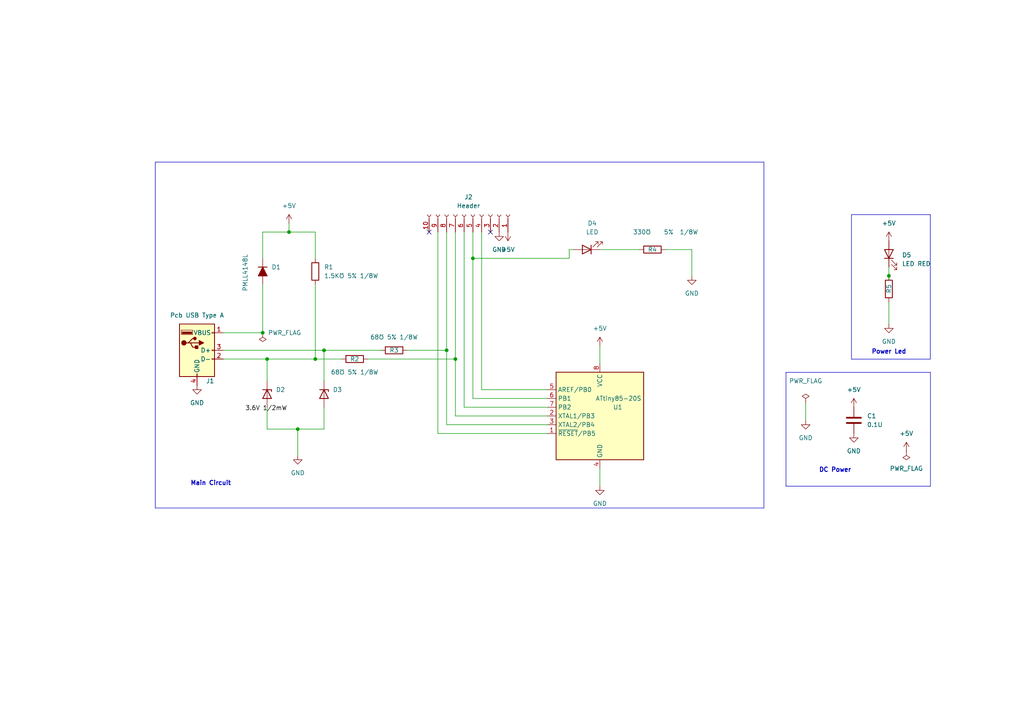
<source format=kicad_sch>
(kicad_sch (version 20230121) (generator eeschema)

  (uuid f2c20679-f28d-47ad-9191-2bfbde129570)

  (paper "A4")

  (title_block
    (date "2024-03-18")
    (rev "version Test2024")
    (company "UCC")
    (comment 1 "proyectoBase2024")
  )

  (lib_symbols
    (symbol "+5V_1" (power) (pin_names (offset 0)) (in_bom yes) (on_board yes)
      (property "Reference" "#PWR" (at 0 -3.81 0)
        (effects (font (size 1.27 1.27)) hide)
      )
      (property "Value" "+5V_1" (at 0 3.556 0)
        (effects (font (size 1.27 1.27)))
      )
      (property "Footprint" "" (at 0 0 0)
        (effects (font (size 1.27 1.27)) hide)
      )
      (property "Datasheet" "" (at 0 0 0)
        (effects (font (size 1.27 1.27)) hide)
      )
      (property "ki_keywords" "global power" (at 0 0 0)
        (effects (font (size 1.27 1.27)) hide)
      )
      (property "ki_description" "Power symbol creates a global label with name \"+5V\"" (at 0 0 0)
        (effects (font (size 1.27 1.27)) hide)
      )
      (symbol "+5V_1_0_1"
        (polyline
          (pts
            (xy -0.762 1.27)
            (xy 0 2.54)
          )
          (stroke (width 0) (type default))
          (fill (type none))
        )
        (polyline
          (pts
            (xy 0 0)
            (xy 0 2.54)
          )
          (stroke (width 0) (type default))
          (fill (type none))
        )
        (polyline
          (pts
            (xy 0 2.54)
            (xy 0.762 1.27)
          )
          (stroke (width 0) (type default))
          (fill (type none))
        )
      )
      (symbol "+5V_1_1_1"
        (pin power_in line (at 0 0 90) (length 0) hide
          (name "+5V" (effects (font (size 1.27 1.27))))
          (number "1" (effects (font (size 1.27 1.27))))
        )
      )
    )
    (symbol "Connector:Conn_01x10_Socket" (pin_names (offset 1.016) hide) (in_bom yes) (on_board yes)
      (property "Reference" "J" (at 0 12.7 0)
        (effects (font (size 1.27 1.27)))
      )
      (property "Value" "Conn_01x10_Socket" (at 0 -15.24 0)
        (effects (font (size 1.27 1.27)))
      )
      (property "Footprint" "" (at 0 0 0)
        (effects (font (size 1.27 1.27)) hide)
      )
      (property "Datasheet" "~" (at 0 0 0)
        (effects (font (size 1.27 1.27)) hide)
      )
      (property "ki_locked" "" (at 0 0 0)
        (effects (font (size 1.27 1.27)))
      )
      (property "ki_keywords" "connector" (at 0 0 0)
        (effects (font (size 1.27 1.27)) hide)
      )
      (property "ki_description" "Generic connector, single row, 01x10, script generated" (at 0 0 0)
        (effects (font (size 1.27 1.27)) hide)
      )
      (property "ki_fp_filters" "Connector*:*_1x??_*" (at 0 0 0)
        (effects (font (size 1.27 1.27)) hide)
      )
      (symbol "Conn_01x10_Socket_1_1"
        (arc (start 0 -12.192) (mid -0.5058 -12.7) (end 0 -13.208)
          (stroke (width 0.1524) (type default))
          (fill (type none))
        )
        (arc (start 0 -9.652) (mid -0.5058 -10.16) (end 0 -10.668)
          (stroke (width 0.1524) (type default))
          (fill (type none))
        )
        (arc (start 0 -7.112) (mid -0.5058 -7.62) (end 0 -8.128)
          (stroke (width 0.1524) (type default))
          (fill (type none))
        )
        (arc (start 0 -4.572) (mid -0.5058 -5.08) (end 0 -5.588)
          (stroke (width 0.1524) (type default))
          (fill (type none))
        )
        (arc (start 0 -2.032) (mid -0.5058 -2.54) (end 0 -3.048)
          (stroke (width 0.1524) (type default))
          (fill (type none))
        )
        (polyline
          (pts
            (xy -1.27 -12.7)
            (xy -0.508 -12.7)
          )
          (stroke (width 0.1524) (type default))
          (fill (type none))
        )
        (polyline
          (pts
            (xy -1.27 -10.16)
            (xy -0.508 -10.16)
          )
          (stroke (width 0.1524) (type default))
          (fill (type none))
        )
        (polyline
          (pts
            (xy -1.27 -7.62)
            (xy -0.508 -7.62)
          )
          (stroke (width 0.1524) (type default))
          (fill (type none))
        )
        (polyline
          (pts
            (xy -1.27 -5.08)
            (xy -0.508 -5.08)
          )
          (stroke (width 0.1524) (type default))
          (fill (type none))
        )
        (polyline
          (pts
            (xy -1.27 -2.54)
            (xy -0.508 -2.54)
          )
          (stroke (width 0.1524) (type default))
          (fill (type none))
        )
        (polyline
          (pts
            (xy -1.27 0)
            (xy -0.508 0)
          )
          (stroke (width 0.1524) (type default))
          (fill (type none))
        )
        (polyline
          (pts
            (xy -1.27 2.54)
            (xy -0.508 2.54)
          )
          (stroke (width 0.1524) (type default))
          (fill (type none))
        )
        (polyline
          (pts
            (xy -1.27 5.08)
            (xy -0.508 5.08)
          )
          (stroke (width 0.1524) (type default))
          (fill (type none))
        )
        (polyline
          (pts
            (xy -1.27 7.62)
            (xy -0.508 7.62)
          )
          (stroke (width 0.1524) (type default))
          (fill (type none))
        )
        (polyline
          (pts
            (xy -1.27 10.16)
            (xy -0.508 10.16)
          )
          (stroke (width 0.1524) (type default))
          (fill (type none))
        )
        (arc (start 0 0.508) (mid -0.5058 0) (end 0 -0.508)
          (stroke (width 0.1524) (type default))
          (fill (type none))
        )
        (arc (start 0 3.048) (mid -0.5058 2.54) (end 0 2.032)
          (stroke (width 0.1524) (type default))
          (fill (type none))
        )
        (arc (start 0 5.588) (mid -0.5058 5.08) (end 0 4.572)
          (stroke (width 0.1524) (type default))
          (fill (type none))
        )
        (arc (start 0 8.128) (mid -0.5058 7.62) (end 0 7.112)
          (stroke (width 0.1524) (type default))
          (fill (type none))
        )
        (arc (start 0 10.668) (mid -0.5058 10.16) (end 0 9.652)
          (stroke (width 0.1524) (type default))
          (fill (type none))
        )
        (pin passive line (at -5.08 10.16 0) (length 3.81)
          (name "Pin_1" (effects (font (size 1.27 1.27))))
          (number "1" (effects (font (size 1.27 1.27))))
        )
        (pin passive line (at -5.08 -12.7 0) (length 3.81)
          (name "Pin_10" (effects (font (size 1.27 1.27))))
          (number "10" (effects (font (size 1.27 1.27))))
        )
        (pin passive line (at -5.08 7.62 0) (length 3.81)
          (name "Pin_2" (effects (font (size 1.27 1.27))))
          (number "2" (effects (font (size 1.27 1.27))))
        )
        (pin passive line (at -5.08 5.08 0) (length 3.81)
          (name "Pin_3" (effects (font (size 1.27 1.27))))
          (number "3" (effects (font (size 1.27 1.27))))
        )
        (pin passive line (at -5.08 2.54 0) (length 3.81)
          (name "Pin_4" (effects (font (size 1.27 1.27))))
          (number "4" (effects (font (size 1.27 1.27))))
        )
        (pin passive line (at -5.08 0 0) (length 3.81)
          (name "Pin_5" (effects (font (size 1.27 1.27))))
          (number "5" (effects (font (size 1.27 1.27))))
        )
        (pin passive line (at -5.08 -2.54 0) (length 3.81)
          (name "Pin_6" (effects (font (size 1.27 1.27))))
          (number "6" (effects (font (size 1.27 1.27))))
        )
        (pin passive line (at -5.08 -5.08 0) (length 3.81)
          (name "Pin_7" (effects (font (size 1.27 1.27))))
          (number "7" (effects (font (size 1.27 1.27))))
        )
        (pin passive line (at -5.08 -7.62 0) (length 3.81)
          (name "Pin_8" (effects (font (size 1.27 1.27))))
          (number "8" (effects (font (size 1.27 1.27))))
        )
        (pin passive line (at -5.08 -10.16 0) (length 3.81)
          (name "Pin_9" (effects (font (size 1.27 1.27))))
          (number "9" (effects (font (size 1.27 1.27))))
        )
      )
    )
    (symbol "Connector:USB_A" (pin_names (offset 1.016)) (in_bom yes) (on_board yes)
      (property "Reference" "J2" (at 0 12.7 0)
        (effects (font (size 1.27 1.27)))
      )
      (property "Value" "USB_A" (at 0 10.16 0)
        (effects (font (size 1.27 1.27)))
      )
      (property "Footprint" "" (at 3.81 -1.27 0)
        (effects (font (size 1.27 1.27)) hide)
      )
      (property "Datasheet" " ~" (at 3.81 -1.27 0)
        (effects (font (size 1.27 1.27)) hide)
      )
      (property "ki_keywords" "connector USB" (at 0 0 0)
        (effects (font (size 1.27 1.27)) hide)
      )
      (property "ki_description" "USB Type A connector" (at 0 0 0)
        (effects (font (size 1.27 1.27)) hide)
      )
      (property "ki_fp_filters" "USB*" (at 0 0 0)
        (effects (font (size 1.27 1.27)) hide)
      )
      (symbol "USB_A_0_1"
        (rectangle (start -5.08 -7.62) (end 5.08 7.62)
          (stroke (width 0.254) (type default))
          (fill (type background))
        )
        (circle (center -3.81 2.159) (radius 0.635)
          (stroke (width 0.254) (type default))
          (fill (type outline))
        )
        (rectangle (start -1.524 4.826) (end -4.318 5.334)
          (stroke (width 0) (type default))
          (fill (type outline))
        )
        (rectangle (start -1.27 4.572) (end -4.572 5.842)
          (stroke (width 0) (type default))
          (fill (type none))
        )
        (circle (center -0.635 3.429) (radius 0.381)
          (stroke (width 0.254) (type default))
          (fill (type outline))
        )
        (rectangle (start -0.127 -7.62) (end 0.127 -6.858)
          (stroke (width 0) (type default))
          (fill (type none))
        )
        (polyline
          (pts
            (xy -3.175 2.159)
            (xy -2.54 2.159)
            (xy -1.27 3.429)
            (xy -0.635 3.429)
          )
          (stroke (width 0.254) (type default))
          (fill (type none))
        )
        (polyline
          (pts
            (xy -2.54 2.159)
            (xy -1.905 2.159)
            (xy -1.27 0.889)
            (xy 0 0.889)
          )
          (stroke (width 0.254) (type default))
          (fill (type none))
        )
        (polyline
          (pts
            (xy 0.635 2.794)
            (xy 0.635 1.524)
            (xy 1.905 2.159)
            (xy 0.635 2.794)
          )
          (stroke (width 0.254) (type default))
          (fill (type outline))
        )
        (rectangle (start 0.254 1.27) (end -0.508 0.508)
          (stroke (width 0.254) (type default))
          (fill (type outline))
        )
        (rectangle (start 5.08 -2.667) (end 4.318 -2.413)
          (stroke (width 0) (type default))
          (fill (type none))
        )
        (rectangle (start 5.08 -0.127) (end 4.318 0.127)
          (stroke (width 0) (type default))
          (fill (type none))
        )
        (rectangle (start 5.08 4.953) (end 4.318 5.207)
          (stroke (width 0) (type default))
          (fill (type none))
        )
      )
      (symbol "USB_A_1_1"
        (polyline
          (pts
            (xy -1.905 2.159)
            (xy 0.635 2.159)
          )
          (stroke (width 0.254) (type default))
          (fill (type none))
        )
        (pin power_in line (at 7.62 5.08 180) (length 2.54)
          (name "VBUS" (effects (font (size 1.27 1.27))))
          (number "1" (effects (font (size 1.27 1.27))))
        )
        (pin bidirectional line (at 7.62 -2.54 180) (length 2.54)
          (name "D-" (effects (font (size 1.27 1.27))))
          (number "2" (effects (font (size 1.27 1.27))))
        )
        (pin bidirectional line (at 7.62 0 180) (length 2.54)
          (name "D+" (effects (font (size 1.27 1.27))))
          (number "3" (effects (font (size 1.27 1.27))))
        )
        (pin power_in line (at 0 -10.16 90) (length 2.54)
          (name "GND" (effects (font (size 1.27 1.27))))
          (number "4" (effects (font (size 1.27 1.27))))
        )
      )
    )
    (symbol "D_Filled_1" (pin_numbers hide) (pin_names (offset 1.016) hide) (in_bom yes) (on_board yes)
      (property "Reference" "D" (at 0 2.54 0)
        (effects (font (size 1.27 1.27)))
      )
      (property "Value" "D_Filled" (at 0 -2.54 0)
        (effects (font (size 1.27 1.27)))
      )
      (property "Footprint" "" (at 0 0 0)
        (effects (font (size 1.27 1.27)) hide)
      )
      (property "Datasheet" "~" (at 0 0 0)
        (effects (font (size 1.27 1.27)) hide)
      )
      (property "Sim.Device" "D" (at 0 0 0)
        (effects (font (size 1.27 1.27)) hide)
      )
      (property "Sim.Pins" "1=K 2=A" (at 0 0 0)
        (effects (font (size 1.27 1.27)) hide)
      )
      (property "ki_keywords" "diode" (at 0 0 0)
        (effects (font (size 1.27 1.27)) hide)
      )
      (property "ki_description" "Diode, filled shape" (at 0 0 0)
        (effects (font (size 1.27 1.27)) hide)
      )
      (property "ki_fp_filters" "TO-???* *_Diode_* *SingleDiode* D_*" (at 0 0 0)
        (effects (font (size 1.27 1.27)) hide)
      )
      (symbol "D_Filled_1_0_1"
        (polyline
          (pts
            (xy -1.27 1.27)
            (xy -1.27 -1.27)
          )
          (stroke (width 0.254) (type default))
          (fill (type none))
        )
        (polyline
          (pts
            (xy 1.27 0)
            (xy -1.27 0)
          )
          (stroke (width 0) (type default))
          (fill (type none))
        )
        (polyline
          (pts
            (xy 1.27 1.27)
            (xy 1.27 -1.27)
            (xy -1.27 0)
            (xy 1.27 1.27)
          )
          (stroke (width 0.254) (type default))
          (fill (type outline))
        )
      )
      (symbol "D_Filled_1_1_1"
        (pin passive line (at -3.81 0 0) (length 2.54)
          (name "K" (effects (font (size 1.27 1.27))))
          (number "1" (effects (font (size 1.27 1.27))))
        )
        (pin passive line (at 3.81 0 180) (length 2.54)
          (name "A" (effects (font (size 1.27 1.27))))
          (number "2" (effects (font (size 1.27 1.27))))
        )
      )
    )
    (symbol "Device:C" (pin_numbers hide) (pin_names (offset 0.254)) (in_bom yes) (on_board yes)
      (property "Reference" "C" (at 0.635 2.54 0)
        (effects (font (size 1.27 1.27)) (justify left))
      )
      (property "Value" "C" (at 0.635 -2.54 0)
        (effects (font (size 1.27 1.27)) (justify left))
      )
      (property "Footprint" "" (at 0.9652 -3.81 0)
        (effects (font (size 1.27 1.27)) hide)
      )
      (property "Datasheet" "~" (at 0 0 0)
        (effects (font (size 1.27 1.27)) hide)
      )
      (property "ki_keywords" "cap capacitor" (at 0 0 0)
        (effects (font (size 1.27 1.27)) hide)
      )
      (property "ki_description" "Unpolarized capacitor" (at 0 0 0)
        (effects (font (size 1.27 1.27)) hide)
      )
      (property "ki_fp_filters" "C_*" (at 0 0 0)
        (effects (font (size 1.27 1.27)) hide)
      )
      (symbol "C_0_1"
        (polyline
          (pts
            (xy -2.032 -0.762)
            (xy 2.032 -0.762)
          )
          (stroke (width 0.508) (type default))
          (fill (type none))
        )
        (polyline
          (pts
            (xy -2.032 0.762)
            (xy 2.032 0.762)
          )
          (stroke (width 0.508) (type default))
          (fill (type none))
        )
      )
      (symbol "C_1_1"
        (pin passive line (at 0 3.81 270) (length 2.794)
          (name "~" (effects (font (size 1.27 1.27))))
          (number "1" (effects (font (size 1.27 1.27))))
        )
        (pin passive line (at 0 -3.81 90) (length 2.794)
          (name "~" (effects (font (size 1.27 1.27))))
          (number "2" (effects (font (size 1.27 1.27))))
        )
      )
    )
    (symbol "Device:D_Zener" (pin_numbers hide) (pin_names (offset 1.016) hide) (in_bom yes) (on_board yes)
      (property "Reference" "D" (at 0 2.54 0)
        (effects (font (size 1.27 1.27)))
      )
      (property "Value" "D_Zener" (at 0 -2.54 0)
        (effects (font (size 1.27 1.27)))
      )
      (property "Footprint" "" (at 0 0 0)
        (effects (font (size 1.27 1.27)) hide)
      )
      (property "Datasheet" "~" (at 0 0 0)
        (effects (font (size 1.27 1.27)) hide)
      )
      (property "ki_keywords" "diode" (at 0 0 0)
        (effects (font (size 1.27 1.27)) hide)
      )
      (property "ki_description" "Zener diode" (at 0 0 0)
        (effects (font (size 1.27 1.27)) hide)
      )
      (property "ki_fp_filters" "TO-???* *_Diode_* *SingleDiode* D_*" (at 0 0 0)
        (effects (font (size 1.27 1.27)) hide)
      )
      (symbol "D_Zener_0_1"
        (polyline
          (pts
            (xy 1.27 0)
            (xy -1.27 0)
          )
          (stroke (width 0) (type default))
          (fill (type none))
        )
        (polyline
          (pts
            (xy -1.27 -1.27)
            (xy -1.27 1.27)
            (xy -0.762 1.27)
          )
          (stroke (width 0.254) (type default))
          (fill (type none))
        )
        (polyline
          (pts
            (xy 1.27 -1.27)
            (xy 1.27 1.27)
            (xy -1.27 0)
            (xy 1.27 -1.27)
          )
          (stroke (width 0.254) (type default))
          (fill (type none))
        )
      )
      (symbol "D_Zener_1_1"
        (pin passive line (at -3.81 0 0) (length 2.54)
          (name "K" (effects (font (size 1.27 1.27))))
          (number "1" (effects (font (size 1.27 1.27))))
        )
        (pin passive line (at 3.81 0 180) (length 2.54)
          (name "A" (effects (font (size 1.27 1.27))))
          (number "2" (effects (font (size 1.27 1.27))))
        )
      )
    )
    (symbol "Device:LED" (pin_numbers hide) (pin_names (offset 1.016) hide) (in_bom yes) (on_board yes)
      (property "Reference" "D" (at 0 2.54 0)
        (effects (font (size 1.27 1.27)))
      )
      (property "Value" "LED" (at 0 -2.54 0)
        (effects (font (size 1.27 1.27)))
      )
      (property "Footprint" "" (at 0 0 0)
        (effects (font (size 1.27 1.27)) hide)
      )
      (property "Datasheet" "~" (at 0 0 0)
        (effects (font (size 1.27 1.27)) hide)
      )
      (property "ki_keywords" "LED diode" (at 0 0 0)
        (effects (font (size 1.27 1.27)) hide)
      )
      (property "ki_description" "Light emitting diode" (at 0 0 0)
        (effects (font (size 1.27 1.27)) hide)
      )
      (property "ki_fp_filters" "LED* LED_SMD:* LED_THT:*" (at 0 0 0)
        (effects (font (size 1.27 1.27)) hide)
      )
      (symbol "LED_0_1"
        (polyline
          (pts
            (xy -1.27 -1.27)
            (xy -1.27 1.27)
          )
          (stroke (width 0.254) (type default))
          (fill (type none))
        )
        (polyline
          (pts
            (xy -1.27 0)
            (xy 1.27 0)
          )
          (stroke (width 0) (type default))
          (fill (type none))
        )
        (polyline
          (pts
            (xy 1.27 -1.27)
            (xy 1.27 1.27)
            (xy -1.27 0)
            (xy 1.27 -1.27)
          )
          (stroke (width 0.254) (type default))
          (fill (type none))
        )
        (polyline
          (pts
            (xy -3.048 -0.762)
            (xy -4.572 -2.286)
            (xy -3.81 -2.286)
            (xy -4.572 -2.286)
            (xy -4.572 -1.524)
          )
          (stroke (width 0) (type default))
          (fill (type none))
        )
        (polyline
          (pts
            (xy -1.778 -0.762)
            (xy -3.302 -2.286)
            (xy -2.54 -2.286)
            (xy -3.302 -2.286)
            (xy -3.302 -1.524)
          )
          (stroke (width 0) (type default))
          (fill (type none))
        )
      )
      (symbol "LED_1_1"
        (pin passive line (at -3.81 0 0) (length 2.54)
          (name "K" (effects (font (size 1.27 1.27))))
          (number "1" (effects (font (size 1.27 1.27))))
        )
        (pin passive line (at 3.81 0 180) (length 2.54)
          (name "A" (effects (font (size 1.27 1.27))))
          (number "2" (effects (font (size 1.27 1.27))))
        )
      )
    )
    (symbol "Device:R" (pin_numbers hide) (pin_names (offset 0)) (in_bom yes) (on_board yes)
      (property "Reference" "R" (at 2.032 0 90)
        (effects (font (size 1.27 1.27)))
      )
      (property "Value" "R" (at 0 0 90)
        (effects (font (size 1.27 1.27)))
      )
      (property "Footprint" "" (at -1.778 0 90)
        (effects (font (size 1.27 1.27)) hide)
      )
      (property "Datasheet" "~" (at 0 0 0)
        (effects (font (size 1.27 1.27)) hide)
      )
      (property "ki_keywords" "R res resistor" (at 0 0 0)
        (effects (font (size 1.27 1.27)) hide)
      )
      (property "ki_description" "Resistor" (at 0 0 0)
        (effects (font (size 1.27 1.27)) hide)
      )
      (property "ki_fp_filters" "R_*" (at 0 0 0)
        (effects (font (size 1.27 1.27)) hide)
      )
      (symbol "R_0_1"
        (rectangle (start -1.016 -2.54) (end 1.016 2.54)
          (stroke (width 0.254) (type default))
          (fill (type none))
        )
      )
      (symbol "R_1_1"
        (pin passive line (at 0 3.81 270) (length 1.27)
          (name "~" (effects (font (size 1.27 1.27))))
          (number "1" (effects (font (size 1.27 1.27))))
        )
        (pin passive line (at 0 -3.81 90) (length 1.27)
          (name "~" (effects (font (size 1.27 1.27))))
          (number "2" (effects (font (size 1.27 1.27))))
        )
      )
    )
    (symbol "GND_1" (power) (pin_names (offset 0)) (in_bom yes) (on_board yes)
      (property "Reference" "#PWR" (at 0 -6.35 0)
        (effects (font (size 1.27 1.27)) hide)
      )
      (property "Value" "GND_1" (at 0 -3.81 0)
        (effects (font (size 1.27 1.27)))
      )
      (property "Footprint" "" (at 0 0 0)
        (effects (font (size 1.27 1.27)) hide)
      )
      (property "Datasheet" "" (at 0 0 0)
        (effects (font (size 1.27 1.27)) hide)
      )
      (property "ki_keywords" "global power" (at 0 0 0)
        (effects (font (size 1.27 1.27)) hide)
      )
      (property "ki_description" "Power symbol creates a global label with name \"GND\" , ground" (at 0 0 0)
        (effects (font (size 1.27 1.27)) hide)
      )
      (symbol "GND_1_0_1"
        (polyline
          (pts
            (xy 0 0)
            (xy 0 -1.27)
            (xy 1.27 -1.27)
            (xy 0 -2.54)
            (xy -1.27 -1.27)
            (xy 0 -1.27)
          )
          (stroke (width 0) (type default))
          (fill (type none))
        )
      )
      (symbol "GND_1_1_1"
        (pin power_in line (at 0 0 270) (length 0) hide
          (name "GND" (effects (font (size 1.27 1.27))))
          (number "1" (effects (font (size 1.27 1.27))))
        )
      )
    )
    (symbol "MCU_Microchip_ATtiny:ATtiny85-20S" (in_bom yes) (on_board yes)
      (property "Reference" "U" (at -12.7 13.97 0)
        (effects (font (size 1.27 1.27)) (justify left bottom))
      )
      (property "Value" "ATtiny85-20S" (at 2.54 -13.97 0)
        (effects (font (size 1.27 1.27)) (justify left top))
      )
      (property "Footprint" "Package_SO:SOIC-8W_5.3x5.3mm_P1.27mm" (at 0 0 0)
        (effects (font (size 1.27 1.27) italic) hide)
      )
      (property "Datasheet" "http://ww1.microchip.com/downloads/en/DeviceDoc/atmel-2586-avr-8-bit-microcontroller-attiny25-attiny45-attiny85_datasheet.pdf" (at 0 0 0)
        (effects (font (size 1.27 1.27)) hide)
      )
      (property "ki_keywords" "AVR 8bit Microcontroller tinyAVR" (at 0 0 0)
        (effects (font (size 1.27 1.27)) hide)
      )
      (property "ki_description" "20MHz, 8kB Flash, 512B SRAM, 512B EEPROM, debugWIRE, SOIC-8W" (at 0 0 0)
        (effects (font (size 1.27 1.27)) hide)
      )
      (property "ki_fp_filters" "SOIC*5.3x5.3mm*P1.27mm*" (at 0 0 0)
        (effects (font (size 1.27 1.27)) hide)
      )
      (symbol "ATtiny85-20S_0_1"
        (rectangle (start -12.7 -12.7) (end 12.7 12.7)
          (stroke (width 0.254) (type default))
          (fill (type background))
        )
      )
      (symbol "ATtiny85-20S_1_1"
        (pin bidirectional line (at 15.24 -5.08 180) (length 2.54)
          (name "~{RESET}/PB5" (effects (font (size 1.27 1.27))))
          (number "1" (effects (font (size 1.27 1.27))))
        )
        (pin bidirectional line (at 15.24 0 180) (length 2.54)
          (name "XTAL1/PB3" (effects (font (size 1.27 1.27))))
          (number "2" (effects (font (size 1.27 1.27))))
        )
        (pin bidirectional line (at 15.24 -2.54 180) (length 2.54)
          (name "XTAL2/PB4" (effects (font (size 1.27 1.27))))
          (number "3" (effects (font (size 1.27 1.27))))
        )
        (pin power_in line (at 0 -15.24 90) (length 2.54)
          (name "GND" (effects (font (size 1.27 1.27))))
          (number "4" (effects (font (size 1.27 1.27))))
        )
        (pin bidirectional line (at 15.24 7.62 180) (length 2.54)
          (name "AREF/PB0" (effects (font (size 1.27 1.27))))
          (number "5" (effects (font (size 1.27 1.27))))
        )
        (pin bidirectional line (at 15.24 5.08 180) (length 2.54)
          (name "PB1" (effects (font (size 1.27 1.27))))
          (number "6" (effects (font (size 1.27 1.27))))
        )
        (pin bidirectional line (at 15.24 2.54 180) (length 2.54)
          (name "PB2" (effects (font (size 1.27 1.27))))
          (number "7" (effects (font (size 1.27 1.27))))
        )
        (pin power_in line (at 0 15.24 270) (length 2.54)
          (name "VCC" (effects (font (size 1.27 1.27))))
          (number "8" (effects (font (size 1.27 1.27))))
        )
      )
    )
    (symbol "PWR_FLAG_1" (power) (pin_numbers hide) (pin_names (offset 0) hide) (in_bom yes) (on_board yes)
      (property "Reference" "#FLG" (at 0 1.905 0)
        (effects (font (size 1.27 1.27)) hide)
      )
      (property "Value" "PWR_FLAG_1" (at 0 3.81 0)
        (effects (font (size 1.27 1.27)))
      )
      (property "Footprint" "" (at 0 0 0)
        (effects (font (size 1.27 1.27)) hide)
      )
      (property "Datasheet" "~" (at 0 0 0)
        (effects (font (size 1.27 1.27)) hide)
      )
      (property "ki_keywords" "flag power" (at 0 0 0)
        (effects (font (size 1.27 1.27)) hide)
      )
      (property "ki_description" "Special symbol for telling ERC where power comes from" (at 0 0 0)
        (effects (font (size 1.27 1.27)) hide)
      )
      (symbol "PWR_FLAG_1_0_0"
        (pin power_out line (at 0 0 90) (length 0)
          (name "pwr" (effects (font (size 1.27 1.27))))
          (number "1" (effects (font (size 1.27 1.27))))
        )
      )
      (symbol "PWR_FLAG_1_0_1"
        (polyline
          (pts
            (xy 0 0)
            (xy 0 1.27)
            (xy -1.016 1.905)
            (xy 0 2.54)
            (xy 1.016 1.905)
            (xy 0 1.27)
          )
          (stroke (width 0) (type default))
          (fill (type none))
        )
      )
    )
    (symbol "power:+5V" (power) (pin_names (offset 0)) (in_bom yes) (on_board yes)
      (property "Reference" "#PWR" (at 0 -3.81 0)
        (effects (font (size 1.27 1.27)) hide)
      )
      (property "Value" "+5V" (at 0 3.556 0)
        (effects (font (size 1.27 1.27)))
      )
      (property "Footprint" "" (at 0 0 0)
        (effects (font (size 1.27 1.27)) hide)
      )
      (property "Datasheet" "" (at 0 0 0)
        (effects (font (size 1.27 1.27)) hide)
      )
      (property "ki_keywords" "global power" (at 0 0 0)
        (effects (font (size 1.27 1.27)) hide)
      )
      (property "ki_description" "Power symbol creates a global label with name \"+5V\"" (at 0 0 0)
        (effects (font (size 1.27 1.27)) hide)
      )
      (symbol "+5V_0_1"
        (polyline
          (pts
            (xy -0.762 1.27)
            (xy 0 2.54)
          )
          (stroke (width 0) (type default))
          (fill (type none))
        )
        (polyline
          (pts
            (xy 0 0)
            (xy 0 2.54)
          )
          (stroke (width 0) (type default))
          (fill (type none))
        )
        (polyline
          (pts
            (xy 0 2.54)
            (xy 0.762 1.27)
          )
          (stroke (width 0) (type default))
          (fill (type none))
        )
      )
      (symbol "+5V_1_1"
        (pin power_in line (at 0 0 90) (length 0) hide
          (name "+5V" (effects (font (size 1.27 1.27))))
          (number "1" (effects (font (size 1.27 1.27))))
        )
      )
    )
  )

  (junction (at 83.82 67.31) (diameter 0) (color 0 0 0 0)
    (uuid 45e23898-725d-4312-9589-842bbc39b85b)
  )
  (junction (at 137.16 74.93) (diameter 0) (color 0 0 0 0)
    (uuid 749d8466-e139-4e99-bac6-aafc097f2cf6)
  )
  (junction (at 132.08 104.14) (diameter 0) (color 0 0 0 0)
    (uuid 77c28d33-efed-4b69-9695-cd0d714a3250)
  )
  (junction (at 77.47 104.14) (diameter 0) (color 0 0 0 0)
    (uuid 7ccdc95c-7407-4477-94cb-966592ac9852)
  )
  (junction (at 93.98 101.6) (diameter 0) (color 0 0 0 0)
    (uuid 7e023833-6f12-4f5a-bba3-8fb665a13917)
  )
  (junction (at 257.81 80.01) (diameter 0) (color 0 0 0 0)
    (uuid 7fbec420-4dee-40a4-ab26-3b90839c4fe7)
  )
  (junction (at 129.54 101.6) (diameter 0) (color 0 0 0 0)
    (uuid 90d7c758-c34b-4b00-a2e3-7e4e9287b891)
  )
  (junction (at 76.2 96.52) (diameter 0) (color 0 0 0 0)
    (uuid c1461494-eb51-4fac-8694-458d0b246858)
  )
  (junction (at 86.36 124.46) (diameter 0) (color 0 0 0 0)
    (uuid c4cb77b8-7d58-4b5a-ae82-6d39cf167653)
  )
  (junction (at 91.44 104.14) (diameter 0) (color 0 0 0 0)
    (uuid ea7460e6-f728-4623-adb1-75150d63ae79)
  )

  (no_connect (at 142.24 67.31) (uuid f5028c6d-58ae-4d88-aec2-1cc6cc96f6d2))
  (no_connect (at 124.46 67.31) (uuid f5457d7c-0548-4a30-a129-693459bf6f44))

  (wire (pts (xy 129.54 123.19) (xy 129.54 101.6))
    (stroke (width 0) (type default))
    (uuid 098488ca-284a-40ef-b7e5-059c6b2c1769)
  )
  (wire (pts (xy 93.98 101.6) (xy 110.49 101.6))
    (stroke (width 0) (type default))
    (uuid 0fe6c04a-e38d-41ed-ac2d-83f46a2473f9)
  )
  (polyline (pts (xy 45.0342 147.3454) (xy 45.0342 47.0154))
    (stroke (width 0) (type default))
    (uuid 12c67071-fe67-4f47-a0ca-3ef1ab2bc966)
  )

  (wire (pts (xy 77.47 118.11) (xy 77.47 124.46))
    (stroke (width 0) (type default))
    (uuid 164f3c60-3bd9-4995-927c-1b9977a4ca4c)
  )
  (wire (pts (xy 77.47 110.49) (xy 77.47 104.14))
    (stroke (width 0) (type default))
    (uuid 1d4815e9-719f-4b91-8921-3a67c7fd6a86)
  )
  (wire (pts (xy 257.81 77.47) (xy 257.81 80.01))
    (stroke (width 0) (type default))
    (uuid 1f0d2604-0e2f-4649-9503-b04fd85a0956)
  )
  (polyline (pts (xy 221.5642 47.0154) (xy 221.5642 147.3454))
    (stroke (width 0) (type default))
    (uuid 1f5f82f7-3c3e-40e2-9a00-ce83a042d5ac)
  )

  (wire (pts (xy 64.77 96.52) (xy 76.2 96.52))
    (stroke (width 0) (type default))
    (uuid 24bfde05-8ea6-4f8b-8486-65972a71dba3)
  )
  (wire (pts (xy 127 125.73) (xy 158.75 125.73))
    (stroke (width 0) (type default))
    (uuid 27a377c5-7914-4cdd-baae-aff06a0d44c4)
  )
  (wire (pts (xy 118.11 101.6) (xy 129.54 101.6))
    (stroke (width 0) (type default))
    (uuid 2aedd5a0-2e35-4690-bbce-85141bdf4c39)
  )
  (wire (pts (xy 93.98 101.6) (xy 93.98 110.49))
    (stroke (width 0) (type default))
    (uuid 2da94abe-fb30-4436-894b-6be7dc0c7d85)
  )
  (wire (pts (xy 134.62 67.31) (xy 134.62 118.11))
    (stroke (width 0) (type default))
    (uuid 2ffe73dc-264a-4673-9e1c-362e65312af8)
  )
  (wire (pts (xy 83.82 64.77) (xy 83.82 67.31))
    (stroke (width 0) (type default))
    (uuid 410248ad-2904-4812-8d85-850535af93ee)
  )
  (wire (pts (xy 76.2 67.31) (xy 76.2 74.93))
    (stroke (width 0) (type default))
    (uuid 4c2df597-1210-449c-9045-650fb6953e19)
  )
  (polyline (pts (xy 269.8242 62.2554) (xy 269.8242 104.1654))
    (stroke (width 0) (type default))
    (uuid 4eb3e81b-c3fe-4e85-853e-9ce32520e02d)
  )

  (wire (pts (xy 132.08 120.65) (xy 132.08 104.14))
    (stroke (width 0) (type default))
    (uuid 5426ca8b-990e-4c29-b94f-4e056f64093c)
  )
  (wire (pts (xy 132.08 104.14) (xy 132.08 67.31))
    (stroke (width 0) (type default))
    (uuid 590f0c77-de89-45ec-a8c6-68220d05b8de)
  )
  (polyline (pts (xy 227.965 108.0008) (xy 269.875 108.0008))
    (stroke (width 0) (type default))
    (uuid 654c2277-b153-442b-b460-0cc1001e1bfe)
  )

  (wire (pts (xy 91.44 74.93) (xy 91.44 67.31))
    (stroke (width 0) (type default))
    (uuid 665d1084-3d66-40eb-90e9-0b52b7697f60)
  )
  (wire (pts (xy 86.36 124.46) (xy 86.36 132.08))
    (stroke (width 0) (type default))
    (uuid 6adc0d72-e199-46d5-a523-d40c4f358b5d)
  )
  (wire (pts (xy 76.2 96.52) (xy 76.2 82.55))
    (stroke (width 0) (type default))
    (uuid 6d46b9d5-8044-4110-a0f2-576ab3b11b05)
  )
  (polyline (pts (xy 269.8242 104.1654) (xy 246.9642 104.1654))
    (stroke (width 0) (type default))
    (uuid 73b21d52-5af1-4324-ac82-7fc4e93bc07a)
  )

  (wire (pts (xy 158.75 115.57) (xy 137.16 115.57))
    (stroke (width 0) (type default))
    (uuid 754ba2dc-216e-4d67-87d1-94010a924081)
  )
  (wire (pts (xy 200.66 72.39) (xy 200.66 80.01))
    (stroke (width 0) (type default))
    (uuid 7b3becfd-e73b-4e7b-9d01-894c352b5841)
  )
  (polyline (pts (xy 227.965 141.0208) (xy 227.965 108.0008))
    (stroke (width 0) (type default))
    (uuid 7b5ddeea-8245-4000-8222-3f545ae9a1f4)
  )

  (wire (pts (xy 173.99 135.89) (xy 173.99 140.97))
    (stroke (width 0) (type default))
    (uuid 7d0864b2-eed4-4f03-82c8-38dffdb85642)
  )
  (polyline (pts (xy 221.5642 147.3454) (xy 45.0342 147.3454))
    (stroke (width 0) (type default))
    (uuid 7ebb2a4f-8cb5-40c6-9206-e43704b68921)
  )

  (wire (pts (xy 91.44 82.55) (xy 91.44 104.14))
    (stroke (width 0) (type default))
    (uuid 82a6e8d3-c9cd-4120-84a2-fb5e995f0af9)
  )
  (wire (pts (xy 165.1 74.93) (xy 165.1 72.39))
    (stroke (width 0) (type default))
    (uuid 8975bbe7-bb74-497b-9c53-8601812d865c)
  )
  (wire (pts (xy 127 67.31) (xy 127 125.73))
    (stroke (width 0) (type default))
    (uuid 8cd87fcc-8273-4627-b008-336a647b72f3)
  )
  (wire (pts (xy 93.98 118.11) (xy 93.98 124.46))
    (stroke (width 0) (type default))
    (uuid 8d504bee-7f3d-4c28-97ea-394a9f925ff7)
  )
  (wire (pts (xy 91.44 67.31) (xy 83.82 67.31))
    (stroke (width 0) (type default))
    (uuid 8de918df-97f3-401f-978b-270bad6ea405)
  )
  (wire (pts (xy 91.44 104.14) (xy 99.06 104.14))
    (stroke (width 0) (type default))
    (uuid 8f6f0859-83ce-4084-a7c9-eee46d5e8c5a)
  )
  (wire (pts (xy 64.77 104.14) (xy 77.47 104.14))
    (stroke (width 0) (type default))
    (uuid 9146633c-b49e-4692-a915-015953547517)
  )
  (wire (pts (xy 139.7 113.03) (xy 158.75 113.03))
    (stroke (width 0) (type default))
    (uuid 94662f2f-156d-4999-a1e2-19cd91021c4c)
  )
  (wire (pts (xy 158.75 123.19) (xy 129.54 123.19))
    (stroke (width 0) (type default))
    (uuid 9b3fe93c-0860-46a4-a1fc-24dbde5145ce)
  )
  (wire (pts (xy 165.1 72.39) (xy 166.37 72.39))
    (stroke (width 0) (type default))
    (uuid 9b76181f-9328-4b13-9f6f-d08cdde0c0fe)
  )
  (wire (pts (xy 106.68 104.14) (xy 132.08 104.14))
    (stroke (width 0) (type default))
    (uuid a096ba9a-4933-4543-bdf5-217273726228)
  )
  (wire (pts (xy 257.81 80.01) (xy 257.81 81.28))
    (stroke (width 0) (type default))
    (uuid a1466f7d-ff96-41e7-b3f0-0c2af4dcc207)
  )
  (wire (pts (xy 137.16 74.93) (xy 165.1 74.93))
    (stroke (width 0) (type default))
    (uuid aa8a4259-4298-4f18-a52e-c16f5c9dc91b)
  )
  (wire (pts (xy 173.99 100.33) (xy 173.99 105.41))
    (stroke (width 0) (type default))
    (uuid af2a8748-ce25-4333-b84c-4930669587ac)
  )
  (wire (pts (xy 83.82 67.31) (xy 76.2 67.31))
    (stroke (width 0) (type default))
    (uuid b11c46b5-30da-4c8b-87c3-78881e57a632)
  )
  (wire (pts (xy 134.62 118.11) (xy 158.75 118.11))
    (stroke (width 0) (type default))
    (uuid b76b07f0-be86-4583-ba22-6dc8e2cce906)
  )
  (wire (pts (xy 193.04 72.39) (xy 200.66 72.39))
    (stroke (width 0) (type default))
    (uuid b997329b-6c5a-4c72-a1d9-6fd5e159ccfe)
  )
  (wire (pts (xy 77.47 124.46) (xy 86.36 124.46))
    (stroke (width 0) (type default))
    (uuid be3e8a9f-09e3-4e9d-bb64-6bf0c62309ae)
  )
  (polyline (pts (xy 246.9642 104.1654) (xy 246.9642 62.2554))
    (stroke (width 0) (type default))
    (uuid c289a2e8-800f-459f-8e02-e4181254dd67)
  )

  (wire (pts (xy 86.36 124.46) (xy 93.98 124.46))
    (stroke (width 0) (type default))
    (uuid c398baf9-8996-4822-9cdf-44f95a9116b8)
  )
  (polyline (pts (xy 246.9642 62.2554) (xy 269.8242 62.2554))
    (stroke (width 0) (type default))
    (uuid c5196035-626d-4878-af78-a964605d27be)
  )

  (wire (pts (xy 64.77 101.6) (xy 93.98 101.6))
    (stroke (width 0) (type default))
    (uuid ca82465d-0e79-4a3b-bbde-429379e1148b)
  )
  (wire (pts (xy 137.16 67.31) (xy 137.16 74.93))
    (stroke (width 0) (type default))
    (uuid cbc2b34f-c804-4da9-8c01-71be98899b44)
  )
  (wire (pts (xy 257.81 87.63) (xy 257.81 93.98))
    (stroke (width 0) (type default))
    (uuid d1c0449d-726b-418a-91f3-d2588292886b)
  )
  (wire (pts (xy 158.75 120.65) (xy 132.08 120.65))
    (stroke (width 0) (type default))
    (uuid d55a646c-b931-4a4d-8624-5be1778c448e)
  )
  (wire (pts (xy 137.16 115.57) (xy 137.16 74.93))
    (stroke (width 0) (type default))
    (uuid d63a3f6b-e362-4e16-af02-15324cf50093)
  )
  (wire (pts (xy 77.47 104.14) (xy 91.44 104.14))
    (stroke (width 0) (type default))
    (uuid d7a8a1ca-a57e-45fb-950a-f6847e6bf01b)
  )
  (wire (pts (xy 233.68 116.84) (xy 233.68 121.92))
    (stroke (width 0) (type default))
    (uuid df729146-0140-4785-94e3-f7db5e9e2b91)
  )
  (wire (pts (xy 139.7 67.31) (xy 139.7 113.03))
    (stroke (width 0) (type default))
    (uuid e099d1c7-67e0-4f6f-b965-a20e378c47e7)
  )
  (wire (pts (xy 173.99 72.39) (xy 185.42 72.39))
    (stroke (width 0) (type default))
    (uuid ea6c5ba0-1260-4655-be12-774cb4b0ae94)
  )
  (polyline (pts (xy 269.875 108.0008) (xy 269.875 141.0208))
    (stroke (width 0) (type default))
    (uuid eaa8bceb-f274-422b-90fd-fe4877b72009)
  )
  (polyline (pts (xy 45.0342 47.0154) (xy 221.5642 47.0154))
    (stroke (width 0) (type default))
    (uuid ed367599-b43c-449a-9a14-78d4b79558be)
  )
  (polyline (pts (xy 269.875 141.0208) (xy 227.965 141.0208))
    (stroke (width 0) (type default))
    (uuid f518fdf6-0ceb-48a0-bbc6-ad5fd27a602e)
  )

  (wire (pts (xy 129.54 101.6) (xy 129.54 67.31))
    (stroke (width 0) (type default))
    (uuid faddb59e-bd02-421a-9a8f-f5b867b11f06)
  )

  (text "Main Circuit" (at 55.1942 140.9954 0)
    (effects (font (size 1.27 1.27) (thickness 0.254) bold) (justify left bottom))
    (uuid 39ea4496-1b44-485f-ab4a-73accbcc9f99)
  )
  (text "DC Power" (at 237.49 137.16 0)
    (effects (font (size 1.27 1.27) (thickness 0.254) bold) (justify left bottom))
    (uuid 5401c821-0b5c-466e-8aee-f62b21a38190)
  )
  (text "Power Led" (at 252.73 102.87 0)
    (effects (font (size 1.27 1.27) (thickness 0.254) bold) (justify left bottom))
    (uuid ab12bad0-0518-4fae-8109-7fd5a03103c4)
  )

  (label "3.6V 1{slash}2mW" (at 71.12 119.38 0) (fields_autoplaced)
    (effects (font (size 1.27 1.27)) (justify left bottom))
    (uuid 7826421b-b508-43c4-8dd3-fa76dd14c775)
  )

  (symbol (lib_name "PWR_FLAG_1") (lib_id "power:PWR_FLAG") (at 233.68 116.84 0) (unit 1)
    (in_bom yes) (on_board yes) (dnp no)
    (uuid 00ebe85b-77de-4fee-bf87-eac5fb9d7584)
    (property "Reference" "#FLG?" (at 233.68 114.935 0)
      (effects (font (size 1.27 1.27)) hide)
    )
    (property "Value" "PWR_FLAG" (at 233.68 110.49 0)
      (effects (font (size 1.27 1.27)))
    )
    (property "Footprint" "" (at 233.68 116.84 0)
      (effects (font (size 1.27 1.27)) hide)
    )
    (property "Datasheet" "~" (at 233.68 116.84 0)
      (effects (font (size 1.27 1.27)) hide)
    )
    (pin "1" (uuid c68e3ff1-0c76-48ca-a8d1-3128f7925e27))
    (instances
      (project "Clase 1"
        (path "/e763c805-2d98-46c7-a7c5-10a127323b27"
          (reference "#FLG?") (unit 1)
        )
      )
      (project "UccMicroDuino"
        (path "/f2c20679-f28d-47ad-9191-2bfbde129570"
          (reference "#FLG0103") (unit 1)
        )
      )
    )
  )

  (symbol (lib_name "GND_1") (lib_id "power:GND") (at 200.66 80.01 0) (unit 1)
    (in_bom yes) (on_board yes) (dnp no) (fields_autoplaced)
    (uuid 0dc26e57-9710-4625-a7f6-f7b76c52bd6e)
    (property "Reference" "#PWR?" (at 200.66 86.36 0)
      (effects (font (size 1.27 1.27)) hide)
    )
    (property "Value" "GND" (at 200.66 85.09 0)
      (effects (font (size 1.27 1.27)))
    )
    (property "Footprint" "" (at 200.66 80.01 0)
      (effects (font (size 1.27 1.27)) hide)
    )
    (property "Datasheet" "" (at 200.66 80.01 0)
      (effects (font (size 1.27 1.27)) hide)
    )
    (pin "1" (uuid 99de469d-5184-4994-9c84-f48c934b0ae7))
    (instances
      (project "Clase 1"
        (path "/e763c805-2d98-46c7-a7c5-10a127323b27"
          (reference "#PWR?") (unit 1)
        )
      )
      (project "UccMicroDuino"
        (path "/f2c20679-f28d-47ad-9191-2bfbde129570"
          (reference "#PWR0107") (unit 1)
        )
      )
    )
  )

  (symbol (lib_id "Device:LED") (at 257.81 73.66 90) (unit 1)
    (in_bom yes) (on_board yes) (dnp no) (fields_autoplaced)
    (uuid 10997108-4d28-41d5-89fd-26fd3e77510d)
    (property "Reference" "D5" (at 261.62 73.9775 90)
      (effects (font (size 1.27 1.27)) (justify right))
    )
    (property "Value" "LED RED" (at 261.62 76.5175 90)
      (effects (font (size 1.27 1.27)) (justify right))
    )
    (property "Footprint" "ledSmd:ledSMD" (at 257.81 73.66 0)
      (effects (font (size 1.27 1.27)) hide)
    )
    (property "Datasheet" "~" (at 257.81 73.66 0)
      (effects (font (size 1.27 1.27)) hide)
    )
    (pin "1" (uuid 5fdbb483-66f9-4384-8395-149ad1d2495b))
    (pin "2" (uuid d69da8c4-b4ec-4af5-a00c-745dacc97d94))
    (instances
      (project "UccMicroDuino"
        (path "/f2c20679-f28d-47ad-9191-2bfbde129570"
          (reference "D5") (unit 1)
        )
      )
    )
  )

  (symbol (lib_id "power:+5V") (at 173.99 100.33 0) (unit 1)
    (in_bom yes) (on_board yes) (dnp no) (fields_autoplaced)
    (uuid 14d968dd-6fad-4663-88dd-2e94e9b68e7e)
    (property "Reference" "#PWR0112" (at 173.99 104.14 0)
      (effects (font (size 1.27 1.27)) hide)
    )
    (property "Value" "+5V" (at 173.99 95.25 0)
      (effects (font (size 1.27 1.27)))
    )
    (property "Footprint" "" (at 173.99 100.33 0)
      (effects (font (size 1.27 1.27)) hide)
    )
    (property "Datasheet" "" (at 173.99 100.33 0)
      (effects (font (size 1.27 1.27)) hide)
    )
    (pin "1" (uuid 44c9a71a-3153-40c8-973d-7f4be1e0aceb))
    (instances
      (project "UccMicroDuino"
        (path "/f2c20679-f28d-47ad-9191-2bfbde129570"
          (reference "#PWR0112") (unit 1)
        )
      )
    )
  )

  (symbol (lib_id "Device:R") (at 91.44 78.74 0) (unit 1)
    (in_bom yes) (on_board yes) (dnp no) (fields_autoplaced)
    (uuid 1ad09e81-a9e6-4168-ab8f-f6dc88a2ffca)
    (property "Reference" "R?" (at 93.98 77.47 0)
      (effects (font (size 1.27 1.27)) (justify left))
    )
    (property "Value" "1.5KƱ 5% 1/8W" (at 93.98 80.01 0)
      (effects (font (size 1.27 1.27)) (justify left))
    )
    (property "Footprint" "Resistor_SMD:R_0805_2012Metric_Pad1.20x1.40mm_HandSolder" (at 89.662 78.74 90)
      (effects (font (size 1.27 1.27)) hide)
    )
    (property "Datasheet" "~" (at 91.44 78.74 0)
      (effects (font (size 1.27 1.27)) hide)
    )
    (pin "1" (uuid 4e7abc82-5fea-48c4-8ea1-9a8328442143))
    (pin "2" (uuid 3db91e4f-0f11-4f40-b079-d1b1281a631f))
    (instances
      (project "Clase 1"
        (path "/e763c805-2d98-46c7-a7c5-10a127323b27"
          (reference "R?") (unit 1)
        )
      )
      (project "UccMicroDuino"
        (path "/f2c20679-f28d-47ad-9191-2bfbde129570"
          (reference "R1") (unit 1)
        )
      )
    )
  )

  (symbol (lib_name "+5V_1") (lib_id "power:+5V") (at 257.81 69.85 0) (unit 1)
    (in_bom yes) (on_board yes) (dnp no) (fields_autoplaced)
    (uuid 218c0734-dd18-4c4a-b24f-46df8c2e3373)
    (property "Reference" "#PWR?" (at 257.81 73.66 0)
      (effects (font (size 1.27 1.27)) hide)
    )
    (property "Value" "+5V" (at 257.81 64.77 0)
      (effects (font (size 1.27 1.27)))
    )
    (property "Footprint" "" (at 257.81 69.85 0)
      (effects (font (size 1.27 1.27)) hide)
    )
    (property "Datasheet" "" (at 257.81 69.85 0)
      (effects (font (size 1.27 1.27)) hide)
    )
    (pin "1" (uuid 4179d2bb-cd98-489e-8ca0-e1b7337469be))
    (instances
      (project "Clase 1"
        (path "/e763c805-2d98-46c7-a7c5-10a127323b27"
          (reference "#PWR?") (unit 1)
        )
      )
      (project "UccMicroDuino"
        (path "/f2c20679-f28d-47ad-9191-2bfbde129570"
          (reference "#PWR0106") (unit 1)
        )
      )
    )
  )

  (symbol (lib_id "Device:D_Zener") (at 77.47 114.3 270) (unit 1)
    (in_bom yes) (on_board yes) (dnp no) (fields_autoplaced)
    (uuid 25411291-d1c6-47f7-b371-c9e89490bee3)
    (property "Reference" "D?" (at 80.01 113.03 90)
      (effects (font (size 1.27 1.27)) (justify left))
    )
    (property "Value" "D_Zener" (at 80.01 115.57 90)
      (effects (font (size 1.27 1.27)) (justify left) hide)
    )
    (property "Footprint" "Diode_SMD:D_SOD-123" (at 77.47 114.3 0)
      (effects (font (size 1.27 1.27)) hide)
    )
    (property "Datasheet" "~" (at 77.47 114.3 0)
      (effects (font (size 1.27 1.27)) hide)
    )
    (pin "1" (uuid c2a5c4c6-90e3-41f9-bb4f-be5a750c86cd))
    (pin "2" (uuid 82b98da4-5a87-49ee-9494-960aaf8dd2a7))
    (instances
      (project "Clase 1"
        (path "/e763c805-2d98-46c7-a7c5-10a127323b27"
          (reference "D?") (unit 1)
        )
      )
      (project "UccMicroDuino"
        (path "/f2c20679-f28d-47ad-9191-2bfbde129570"
          (reference "D2") (unit 1)
        )
      )
    )
  )

  (symbol (lib_name "GND_1") (lib_id "power:GND") (at 247.65 125.73 0) (unit 1)
    (in_bom yes) (on_board yes) (dnp no) (fields_autoplaced)
    (uuid 313e641f-83e7-41b4-9e6e-931b5534da12)
    (property "Reference" "#PWR?" (at 247.65 132.08 0)
      (effects (font (size 1.27 1.27)) hide)
    )
    (property "Value" "GND" (at 247.65 130.81 0)
      (effects (font (size 1.27 1.27)))
    )
    (property "Footprint" "" (at 247.65 125.73 0)
      (effects (font (size 1.27 1.27)) hide)
    )
    (property "Datasheet" "" (at 247.65 125.73 0)
      (effects (font (size 1.27 1.27)) hide)
    )
    (pin "1" (uuid b132d741-99e7-4679-a0ab-57169bd3aa1b))
    (instances
      (project "Clase 1"
        (path "/e763c805-2d98-46c7-a7c5-10a127323b27"
          (reference "#PWR?") (unit 1)
        )
      )
      (project "UccMicroDuino"
        (path "/f2c20679-f28d-47ad-9191-2bfbde129570"
          (reference "#PWR0103") (unit 1)
        )
      )
    )
  )

  (symbol (lib_id "MCU_Microchip_ATtiny:ATtiny85-20S") (at 173.99 120.65 0) (mirror y) (unit 1)
    (in_bom yes) (on_board yes) (dnp no)
    (uuid 333f0dac-2da2-4252-b55d-20da165172bb)
    (property "Reference" "U?" (at 177.8 118.11 0)
      (effects (font (size 1.27 1.27)) (justify right))
    )
    (property "Value" "ATtiny85-20S" (at 172.72 115.57 0)
      (effects (font (size 1.27 1.27)) (justify right))
    )
    (property "Footprint" "Package_SO:SOIC-8W_5.3x5.3mm_P1.27mm" (at 173.99 120.65 0)
      (effects (font (size 1.27 1.27) italic) hide)
    )
    (property "Datasheet" "http://ww1.microchip.com/downloads/en/DeviceDoc/atmel-2586-avr-8-bit-microcontroller-attiny25-attiny45-attiny85_datasheet.pdf" (at 173.99 120.65 0)
      (effects (font (size 1.27 1.27)) hide)
    )
    (pin "1" (uuid f2c6d99f-a285-4a32-9cf2-5bf45904140f))
    (pin "2" (uuid b9f90a70-edd7-4fde-a922-a51230db7c64))
    (pin "3" (uuid 54d1a8d6-83c8-4e70-8a22-6566cdd95966))
    (pin "4" (uuid 5f554262-1a2a-4923-a8d6-fc00c2151943))
    (pin "5" (uuid ef4cd162-704a-4bac-864e-d0916bfe95c8))
    (pin "6" (uuid e0e0d17a-c138-4d68-a5f5-9153c0e1693f))
    (pin "7" (uuid 9186f3a7-8d84-48cb-88f1-ea069232b715))
    (pin "8" (uuid 3b673756-5089-4995-a6dc-25a2b5f6e068))
    (instances
      (project "Clase 1"
        (path "/e763c805-2d98-46c7-a7c5-10a127323b27"
          (reference "U?") (unit 1)
        )
      )
      (project "UccMicroDuino"
        (path "/f2c20679-f28d-47ad-9191-2bfbde129570"
          (reference "U1") (unit 1)
        )
      )
    )
  )

  (symbol (lib_id "Device:R") (at 102.87 104.14 90) (unit 1)
    (in_bom yes) (on_board yes) (dnp no)
    (uuid 3b6a0f92-b5ea-408d-9218-8ed8bd3e9c15)
    (property "Reference" "R?" (at 102.87 104.14 90)
      (effects (font (size 1.27 1.27)))
    )
    (property "Value" "68Ʊ 5% 1/8W" (at 102.87 107.95 90)
      (effects (font (size 1.27 1.27)))
    )
    (property "Footprint" "Resistor_SMD:R_0805_2012Metric_Pad1.20x1.40mm_HandSolder" (at 102.87 105.918 90)
      (effects (font (size 1.27 1.27)) hide)
    )
    (property "Datasheet" "~" (at 102.87 104.14 0)
      (effects (font (size 1.27 1.27)) hide)
    )
    (pin "1" (uuid 3aecb8f6-4031-4a52-bbe3-b6a31edf2c51))
    (pin "2" (uuid 6f3f1bdd-9a2e-4657-b2ca-4a2220c83950))
    (instances
      (project "Clase 1"
        (path "/e763c805-2d98-46c7-a7c5-10a127323b27"
          (reference "R?") (unit 1)
        )
      )
      (project "UccMicroDuino"
        (path "/f2c20679-f28d-47ad-9191-2bfbde129570"
          (reference "R2") (unit 1)
        )
      )
    )
  )

  (symbol (lib_id "Connector:Conn_01x10_Socket") (at 137.16 62.23 270) (mirror x) (unit 1)
    (in_bom yes) (on_board yes) (dnp no)
    (uuid 43f917b8-7bd2-489e-9718-7e0381f2a8f7)
    (property "Reference" "J?" (at 135.89 57.15 90)
      (effects (font (size 1.27 1.27)))
    )
    (property "Value" "Header" (at 135.89 59.69 90)
      (effects (font (size 1.27 1.27)))
    )
    (property "Footprint" "Connector_PinSocket_2.54mm:PinSocket_1x10_P2.54mm_Vertical" (at 137.16 62.23 0)
      (effects (font (size 1.27 1.27)) hide)
    )
    (property "Datasheet" "~" (at 137.16 62.23 0)
      (effects (font (size 1.27 1.27)) hide)
    )
    (pin "1" (uuid 2f1380e3-c3fd-4a10-affe-b2bf211cd56a))
    (pin "10" (uuid 7220ec68-a956-49bb-8810-ef6ad35665c2))
    (pin "2" (uuid 3758a2d3-f52e-4a61-8773-a3b45cb954f2))
    (pin "3" (uuid 7ff25431-b53e-4024-a8e6-fd66d3bfdcd0))
    (pin "4" (uuid a58fb695-96a6-4b64-9713-b2a96ab91be0))
    (pin "5" (uuid 4f180d3c-d9c6-4e59-bbcf-99a001cb768b))
    (pin "6" (uuid 6af29a56-3885-4214-a55b-86e5ae08b512))
    (pin "7" (uuid 5b280b63-2bb5-4b7a-ada4-ea5504b5e739))
    (pin "8" (uuid 3232384f-bd63-4c8e-94b4-23e102603a98))
    (pin "9" (uuid 6dc6606e-3763-4881-ab2f-b364b9259bd6))
    (instances
      (project "Clase 1"
        (path "/e763c805-2d98-46c7-a7c5-10a127323b27"
          (reference "J?") (unit 1)
        )
      )
      (project "UccMicroDuino"
        (path "/f2c20679-f28d-47ad-9191-2bfbde129570"
          (reference "J2") (unit 1)
        )
      )
    )
  )

  (symbol (lib_name "PWR_FLAG_1") (lib_id "power:PWR_FLAG") (at 76.2 96.52 180) (unit 1)
    (in_bom yes) (on_board yes) (dnp no)
    (uuid 49fc92b4-28bb-410a-802d-2152d1c93b0d)
    (property "Reference" "#FLG?" (at 76.2 98.425 0)
      (effects (font (size 1.27 1.27)) hide)
    )
    (property "Value" "PWR_FLAG" (at 82.55 96.52 0)
      (effects (font (size 1.27 1.27)))
    )
    (property "Footprint" "" (at 76.2 96.52 0)
      (effects (font (size 1.27 1.27)) hide)
    )
    (property "Datasheet" "~" (at 76.2 96.52 0)
      (effects (font (size 1.27 1.27)) hide)
    )
    (pin "1" (uuid 399d1625-a47a-4712-ae1f-7cef7457ff03))
    (instances
      (project "Clase 1"
        (path "/e763c805-2d98-46c7-a7c5-10a127323b27"
          (reference "#FLG?") (unit 1)
        )
      )
      (project "UccMicroDuino"
        (path "/f2c20679-f28d-47ad-9191-2bfbde129570"
          (reference "#FLG0101") (unit 1)
        )
      )
    )
  )

  (symbol (lib_name "PWR_FLAG_1") (lib_id "power:PWR_FLAG") (at 262.89 130.81 180) (unit 1)
    (in_bom yes) (on_board yes) (dnp no)
    (uuid 56187a14-cf9a-48cc-bb49-203064482256)
    (property "Reference" "#FLG?" (at 262.89 132.715 0)
      (effects (font (size 1.27 1.27)) hide)
    )
    (property "Value" "PWR_FLAG" (at 262.89 135.89 0)
      (effects (font (size 1.27 1.27)))
    )
    (property "Footprint" "" (at 262.89 130.81 0)
      (effects (font (size 1.27 1.27)) hide)
    )
    (property "Datasheet" "~" (at 262.89 130.81 0)
      (effects (font (size 1.27 1.27)) hide)
    )
    (pin "1" (uuid 114d45e6-c76e-4875-9abc-fe9ea840c4e0))
    (instances
      (project "Clase 1"
        (path "/e763c805-2d98-46c7-a7c5-10a127323b27"
          (reference "#FLG?") (unit 1)
        )
      )
      (project "UccMicroDuino"
        (path "/f2c20679-f28d-47ad-9191-2bfbde129570"
          (reference "#FLG0102") (unit 1)
        )
      )
    )
  )

  (symbol (lib_id "Device:R") (at 114.3 101.6 90) (unit 1)
    (in_bom yes) (on_board yes) (dnp no)
    (uuid 5ecb4fc8-9371-475b-ac63-832fe0785894)
    (property "Reference" "R?" (at 114.3 101.6 90)
      (effects (font (size 1.27 1.27)))
    )
    (property "Value" "68Ʊ 5% 1/8W" (at 114.3 97.79 90)
      (effects (font (size 1.27 1.27)))
    )
    (property "Footprint" "Resistor_SMD:R_0805_2012Metric_Pad1.20x1.40mm_HandSolder" (at 114.3 103.378 90)
      (effects (font (size 1.27 1.27)) hide)
    )
    (property "Datasheet" "~" (at 114.3 101.6 0)
      (effects (font (size 1.27 1.27)) hide)
    )
    (pin "1" (uuid 63af0377-bb42-45a7-8539-45748115c6d4))
    (pin "2" (uuid 5140501b-45db-40c3-97b7-ec1479af20a2))
    (instances
      (project "Clase 1"
        (path "/e763c805-2d98-46c7-a7c5-10a127323b27"
          (reference "R?") (unit 1)
        )
      )
      (project "UccMicroDuino"
        (path "/f2c20679-f28d-47ad-9191-2bfbde129570"
          (reference "R3") (unit 1)
        )
      )
    )
  )

  (symbol (lib_name "+5V_1") (lib_id "power:+5V") (at 147.32 67.31 180) (unit 1)
    (in_bom yes) (on_board yes) (dnp no) (fields_autoplaced)
    (uuid 63e730b7-0223-4d4d-b2b4-7720647d0977)
    (property "Reference" "#PWR?" (at 147.32 63.5 0)
      (effects (font (size 1.27 1.27)) hide)
    )
    (property "Value" "+5V" (at 147.32 72.39 0)
      (effects (font (size 1.27 1.27)))
    )
    (property "Footprint" "" (at 147.32 67.31 0)
      (effects (font (size 1.27 1.27)) hide)
    )
    (property "Datasheet" "" (at 147.32 67.31 0)
      (effects (font (size 1.27 1.27)) hide)
    )
    (pin "1" (uuid 540ddfc1-57f0-4a2e-ba96-11159a59d0da))
    (instances
      (project "Clase 1"
        (path "/e763c805-2d98-46c7-a7c5-10a127323b27"
          (reference "#PWR?") (unit 1)
        )
      )
      (project "UccMicroDuino"
        (path "/f2c20679-f28d-47ad-9191-2bfbde129570"
          (reference "#PWR0108") (unit 1)
        )
      )
    )
  )

  (symbol (lib_id "Connector:USB_A") (at 57.15 101.6 0) (unit 1)
    (in_bom yes) (on_board yes) (dnp no)
    (uuid 77930420-63c6-4391-9ed3-fb6ce2bbc1cf)
    (property "Reference" "J1" (at 60.96 110.49 0)
      (effects (font (size 1.27 1.27)))
    )
    (property "Value" "Pcb USB Type A" (at 57.15 91.44 0)
      (effects (font (size 1.27 1.27)))
    )
    (property "Footprint" "embeddedPcbUsb:USB_A_UCC" (at 60.96 102.87 0)
      (effects (font (size 1.27 1.27)) hide)
    )
    (property "Datasheet" " ~" (at 60.96 102.87 0)
      (effects (font (size 1.27 1.27)) hide)
    )
    (pin "1" (uuid 4a8c9098-8d75-4d7d-9d6c-3e119ca84470))
    (pin "2" (uuid a44ae738-af21-4570-bfbd-4f96a3cdc6a2))
    (pin "3" (uuid 8cb13389-5af0-438b-a024-8bfaf985b93f))
    (pin "4" (uuid 6ba7f7dd-fc63-45b6-96e8-e9b2d1f5c539))
    (instances
      (project "UccMicroDuino"
        (path "/f2c20679-f28d-47ad-9191-2bfbde129570"
          (reference "J1") (unit 1)
        )
      )
    )
  )

  (symbol (lib_name "GND_1") (lib_id "power:GND") (at 257.81 93.98 0) (unit 1)
    (in_bom yes) (on_board yes) (dnp no) (fields_autoplaced)
    (uuid 7da3696d-6381-4689-aac1-5b0136450b8e)
    (property "Reference" "#PWR?" (at 257.81 100.33 0)
      (effects (font (size 1.27 1.27)) hide)
    )
    (property "Value" "GND" (at 257.81 99.06 0)
      (effects (font (size 1.27 1.27)))
    )
    (property "Footprint" "" (at 257.81 93.98 0)
      (effects (font (size 1.27 1.27)) hide)
    )
    (property "Datasheet" "" (at 257.81 93.98 0)
      (effects (font (size 1.27 1.27)) hide)
    )
    (pin "1" (uuid 72bacb11-7a6e-4402-9004-64ea7ce7ef8c))
    (instances
      (project "Clase 1"
        (path "/e763c805-2d98-46c7-a7c5-10a127323b27"
          (reference "#PWR?") (unit 1)
        )
      )
      (project "UccMicroDuino"
        (path "/f2c20679-f28d-47ad-9191-2bfbde129570"
          (reference "#PWR0101") (unit 1)
        )
      )
    )
  )

  (symbol (lib_name "GND_1") (lib_id "power:GND") (at 86.36 132.08 0) (unit 1)
    (in_bom yes) (on_board yes) (dnp no) (fields_autoplaced)
    (uuid 81b7258a-3d8d-4154-b9d8-22096b317cc3)
    (property "Reference" "#PWR?" (at 86.36 138.43 0)
      (effects (font (size 1.27 1.27)) hide)
    )
    (property "Value" "GND" (at 86.36 137.16 0)
      (effects (font (size 1.27 1.27)))
    )
    (property "Footprint" "" (at 86.36 132.08 0)
      (effects (font (size 1.27 1.27)) hide)
    )
    (property "Datasheet" "" (at 86.36 132.08 0)
      (effects (font (size 1.27 1.27)) hide)
    )
    (pin "1" (uuid bff45218-cc9a-45b4-88a6-3052183ca608))
    (instances
      (project "Clase 1"
        (path "/e763c805-2d98-46c7-a7c5-10a127323b27"
          (reference "#PWR?") (unit 1)
        )
      )
      (project "UccMicroDuino"
        (path "/f2c20679-f28d-47ad-9191-2bfbde129570"
          (reference "#PWR0111") (unit 1)
        )
      )
    )
  )

  (symbol (lib_name "+5V_1") (lib_id "power:+5V") (at 83.82 64.77 0) (unit 1)
    (in_bom yes) (on_board yes) (dnp no) (fields_autoplaced)
    (uuid 9ba0b043-84e1-417b-8bdb-24206e617e59)
    (property "Reference" "#PWR?" (at 83.82 68.58 0)
      (effects (font (size 1.27 1.27)) hide)
    )
    (property "Value" "+5V" (at 83.82 59.69 0)
      (effects (font (size 1.27 1.27)))
    )
    (property "Footprint" "" (at 83.82 64.77 0)
      (effects (font (size 1.27 1.27)) hide)
    )
    (property "Datasheet" "" (at 83.82 64.77 0)
      (effects (font (size 1.27 1.27)) hide)
    )
    (pin "1" (uuid 9d43e0d7-9ccb-444f-9b1a-41336065e22f))
    (instances
      (project "Clase 1"
        (path "/e763c805-2d98-46c7-a7c5-10a127323b27"
          (reference "#PWR?") (unit 1)
        )
      )
      (project "UccMicroDuino"
        (path "/f2c20679-f28d-47ad-9191-2bfbde129570"
          (reference "#PWR0113") (unit 1)
        )
      )
    )
  )

  (symbol (lib_name "GND_1") (lib_id "power:GND") (at 144.78 67.31 0) (unit 1)
    (in_bom yes) (on_board yes) (dnp no) (fields_autoplaced)
    (uuid 9ed9d6f5-4776-4a61-b718-63b55be5c76e)
    (property "Reference" "#PWR?" (at 144.78 73.66 0)
      (effects (font (size 1.27 1.27)) hide)
    )
    (property "Value" "GND" (at 144.78 72.39 0)
      (effects (font (size 1.27 1.27)))
    )
    (property "Footprint" "" (at 144.78 67.31 0)
      (effects (font (size 1.27 1.27)) hide)
    )
    (property "Datasheet" "" (at 144.78 67.31 0)
      (effects (font (size 1.27 1.27)) hide)
    )
    (pin "1" (uuid f65a4fee-f7b6-4ade-965d-7cfe0645914d))
    (instances
      (project "Clase 1"
        (path "/e763c805-2d98-46c7-a7c5-10a127323b27"
          (reference "#PWR?") (unit 1)
        )
      )
      (project "UccMicroDuino"
        (path "/f2c20679-f28d-47ad-9191-2bfbde129570"
          (reference "#PWR0109") (unit 1)
        )
      )
    )
  )

  (symbol (lib_id "Device:R") (at 189.23 72.39 270) (unit 1)
    (in_bom yes) (on_board yes) (dnp no)
    (uuid cf7a43a6-8780-48c6-8f28-36f544a7fc10)
    (property "Reference" "R?" (at 189.23 72.39 90)
      (effects (font (size 1.27 1.27)))
    )
    (property "Value" "330Ʊ    5%  1/8W" (at 193.04 67.31 90)
      (effects (font (size 1.27 1.27)))
    )
    (property "Footprint" "Resistor_SMD:R_0805_2012Metric_Pad1.20x1.40mm_HandSolder" (at 189.23 70.612 90)
      (effects (font (size 1.27 1.27)) hide)
    )
    (property "Datasheet" "~" (at 189.23 72.39 0)
      (effects (font (size 1.27 1.27)) hide)
    )
    (pin "1" (uuid f3702d17-496e-4d7b-94da-04e42019a985))
    (pin "2" (uuid 8ec2ecf6-a1d6-41b3-b7ef-f0d4fe41ca7a))
    (instances
      (project "Clase 1"
        (path "/e763c805-2d98-46c7-a7c5-10a127323b27"
          (reference "R?") (unit 1)
        )
      )
      (project "UccMicroDuino"
        (path "/f2c20679-f28d-47ad-9191-2bfbde129570"
          (reference "R4") (unit 1)
        )
      )
    )
  )

  (symbol (lib_name "GND_1") (lib_id "power:GND") (at 233.68 121.92 0) (unit 1)
    (in_bom yes) (on_board yes) (dnp no) (fields_autoplaced)
    (uuid d612528c-b01e-48f8-b785-0ef602991fff)
    (property "Reference" "#PWR?" (at 233.68 128.27 0)
      (effects (font (size 1.27 1.27)) hide)
    )
    (property "Value" "GND" (at 233.68 127 0)
      (effects (font (size 1.27 1.27)))
    )
    (property "Footprint" "" (at 233.68 121.92 0)
      (effects (font (size 1.27 1.27)) hide)
    )
    (property "Datasheet" "" (at 233.68 121.92 0)
      (effects (font (size 1.27 1.27)) hide)
    )
    (pin "1" (uuid df757bfc-6df0-461f-9e41-0920324c2f7f))
    (instances
      (project "Clase 1"
        (path "/e763c805-2d98-46c7-a7c5-10a127323b27"
          (reference "#PWR?") (unit 1)
        )
      )
      (project "UccMicroDuino"
        (path "/f2c20679-f28d-47ad-9191-2bfbde129570"
          (reference "#PWR0105") (unit 1)
        )
      )
    )
  )

  (symbol (lib_id "Device:C") (at 247.65 121.92 0) (unit 1)
    (in_bom yes) (on_board yes) (dnp no) (fields_autoplaced)
    (uuid da643e3a-5687-42a8-97a3-22d535a08b74)
    (property "Reference" "C1" (at 251.46 120.65 0)
      (effects (font (size 1.27 1.27)) (justify left))
    )
    (property "Value" "0.1U" (at 251.46 123.19 0)
      (effects (font (size 1.27 1.27)) (justify left))
    )
    (property "Footprint" "Capacitor_SMD:C_0805_2012Metric_Pad1.18x1.45mm_HandSolder" (at 248.6152 125.73 0)
      (effects (font (size 1.27 1.27)) hide)
    )
    (property "Datasheet" "~" (at 247.65 121.92 0)
      (effects (font (size 1.27 1.27)) hide)
    )
    (pin "1" (uuid 05d3c67b-4bfb-4f89-8549-b6a47fc7f631))
    (pin "2" (uuid 187cfc54-7427-42f1-8347-b370599d44a5))
    (instances
      (project "UccMicroDuino"
        (path "/f2c20679-f28d-47ad-9191-2bfbde129570"
          (reference "C1") (unit 1)
        )
      )
    )
  )

  (symbol (lib_name "GND_1") (lib_id "power:GND") (at 173.99 140.97 0) (unit 1)
    (in_bom yes) (on_board yes) (dnp no) (fields_autoplaced)
    (uuid da993639-77fb-412d-8bf7-bd2a1ced0062)
    (property "Reference" "#PWR?" (at 173.99 147.32 0)
      (effects (font (size 1.27 1.27)) hide)
    )
    (property "Value" "GND" (at 173.99 146.05 0)
      (effects (font (size 1.27 1.27)))
    )
    (property "Footprint" "" (at 173.99 140.97 0)
      (effects (font (size 1.27 1.27)) hide)
    )
    (property "Datasheet" "" (at 173.99 140.97 0)
      (effects (font (size 1.27 1.27)) hide)
    )
    (pin "1" (uuid 5467f4bb-99c6-4127-aaad-af52eff864ac))
    (instances
      (project "Clase 1"
        (path "/e763c805-2d98-46c7-a7c5-10a127323b27"
          (reference "#PWR?") (unit 1)
        )
      )
      (project "UccMicroDuino"
        (path "/f2c20679-f28d-47ad-9191-2bfbde129570"
          (reference "#PWR0110") (unit 1)
        )
      )
    )
  )

  (symbol (lib_id "Device:LED") (at 170.18 72.39 180) (unit 1)
    (in_bom yes) (on_board yes) (dnp no) (fields_autoplaced)
    (uuid db80300b-97ab-4705-b7c3-71a467cecd50)
    (property "Reference" "D4" (at 171.7675 64.77 0)
      (effects (font (size 1.27 1.27)))
    )
    (property "Value" "LED" (at 171.7675 67.31 0)
      (effects (font (size 1.27 1.27)))
    )
    (property "Footprint" "ledSmd:ledSMD" (at 170.18 72.39 0)
      (effects (font (size 1.27 1.27)) hide)
    )
    (property "Datasheet" "~" (at 170.18 72.39 0)
      (effects (font (size 1.27 1.27)) hide)
    )
    (pin "1" (uuid c5e157ee-f74c-48ec-93bf-3b6e2f5496ec))
    (pin "2" (uuid 648dd3bd-d5ba-4b23-89a8-0a32db1ddc9e))
    (instances
      (project "UccMicroDuino"
        (path "/f2c20679-f28d-47ad-9191-2bfbde129570"
          (reference "D4") (unit 1)
        )
      )
    )
  )

  (symbol (lib_name "D_Filled_1") (lib_id "Device:D_Filled") (at 76.2 78.74 270) (unit 1)
    (in_bom yes) (on_board yes) (dnp no)
    (uuid ec363ca7-9f6b-4b25-b8df-2ef26ff06ad9)
    (property "Reference" "D?" (at 78.74 77.47 90)
      (effects (font (size 1.27 1.27)) (justify left))
    )
    (property "Value" "PMLL4148L" (at 71.12 73.66 0)
      (effects (font (size 1.27 1.27)) (justify left))
    )
    (property "Footprint" "Diode_SMD:D_MELF_Handsoldering" (at 76.2 78.74 0)
      (effects (font (size 1.27 1.27)) hide)
    )
    (property "Datasheet" "~" (at 76.2 78.74 0)
      (effects (font (size 1.27 1.27)) hide)
    )
    (property "Sim.Device" "D" (at 76.2 78.74 0)
      (effects (font (size 1.27 1.27)) hide)
    )
    (property "Sim.Pins" "1=K 2=A" (at 76.2 78.74 0)
      (effects (font (size 1.27 1.27)) hide)
    )
    (pin "1" (uuid cf3d5d98-c764-455b-a308-0320a0bc7645))
    (pin "2" (uuid fb27d541-5991-41f1-9787-e0cf59bc418b))
    (instances
      (project "Clase 1"
        (path "/e763c805-2d98-46c7-a7c5-10a127323b27"
          (reference "D?") (unit 1)
        )
      )
      (project "UccMicroDuino"
        (path "/f2c20679-f28d-47ad-9191-2bfbde129570"
          (reference "D1") (unit 1)
        )
      )
    )
  )

  (symbol (lib_name "+5V_1") (lib_id "power:+5V") (at 247.65 118.11 0) (unit 1)
    (in_bom yes) (on_board yes) (dnp no) (fields_autoplaced)
    (uuid f3c1ba4f-eb1b-40a5-b439-25dc1a708ade)
    (property "Reference" "#PWR?" (at 247.65 121.92 0)
      (effects (font (size 1.27 1.27)) hide)
    )
    (property "Value" "+5V" (at 247.65 113.03 0)
      (effects (font (size 1.27 1.27)))
    )
    (property "Footprint" "" (at 247.65 118.11 0)
      (effects (font (size 1.27 1.27)) hide)
    )
    (property "Datasheet" "" (at 247.65 118.11 0)
      (effects (font (size 1.27 1.27)) hide)
    )
    (pin "1" (uuid e1374944-2c5c-4a94-8ce0-3c6de61ea104))
    (instances
      (project "Clase 1"
        (path "/e763c805-2d98-46c7-a7c5-10a127323b27"
          (reference "#PWR?") (unit 1)
        )
      )
      (project "UccMicroDuino"
        (path "/f2c20679-f28d-47ad-9191-2bfbde129570"
          (reference "#PWR0102") (unit 1)
        )
      )
    )
  )

  (symbol (lib_name "+5V_1") (lib_id "power:+5V") (at 262.89 130.81 0) (unit 1)
    (in_bom yes) (on_board yes) (dnp no) (fields_autoplaced)
    (uuid f4406d0d-8f4d-433f-9220-6858250c9307)
    (property "Reference" "#PWR?" (at 262.89 134.62 0)
      (effects (font (size 1.27 1.27)) hide)
    )
    (property "Value" "+5V" (at 262.89 125.73 0)
      (effects (font (size 1.27 1.27)))
    )
    (property "Footprint" "" (at 262.89 130.81 0)
      (effects (font (size 1.27 1.27)) hide)
    )
    (property "Datasheet" "" (at 262.89 130.81 0)
      (effects (font (size 1.27 1.27)) hide)
    )
    (pin "1" (uuid 22704820-bf61-4d7c-a689-38478c52e0e5))
    (instances
      (project "Clase 1"
        (path "/e763c805-2d98-46c7-a7c5-10a127323b27"
          (reference "#PWR?") (unit 1)
        )
      )
      (project "UccMicroDuino"
        (path "/f2c20679-f28d-47ad-9191-2bfbde129570"
          (reference "#PWR0104") (unit 1)
        )
      )
    )
  )

  (symbol (lib_id "Device:R") (at 257.81 83.82 0) (unit 1)
    (in_bom yes) (on_board yes) (dnp no)
    (uuid f5ad93ae-1a1b-4101-b30d-569d8e7ea05c)
    (property "Reference" "R?" (at 257.81 85.09 90)
      (effects (font (size 1.27 1.27)) (justify left))
    )
    (property "Value" "1.5KƱ 5% 1/8W" (at 260.35 85.09 0)
      (effects (font (size 1.27 1.27)) (justify left) hide)
    )
    (property "Footprint" "Resistor_SMD:R_0805_2012Metric_Pad1.20x1.40mm_HandSolder" (at 256.032 83.82 90)
      (effects (font (size 1.27 1.27)) hide)
    )
    (property "Datasheet" "~" (at 257.81 83.82 0)
      (effects (font (size 1.27 1.27)) hide)
    )
    (pin "1" (uuid 6b2d3b5a-d481-4e15-9e85-7f529fa7fbcf))
    (pin "2" (uuid 56855347-3c88-4a69-941f-4ad32fc63358))
    (instances
      (project "Clase 1"
        (path "/e763c805-2d98-46c7-a7c5-10a127323b27"
          (reference "R?") (unit 1)
        )
      )
      (project "UccMicroDuino"
        (path "/f2c20679-f28d-47ad-9191-2bfbde129570"
          (reference "R5") (unit 1)
        )
      )
    )
  )

  (symbol (lib_name "GND_1") (lib_id "power:GND") (at 57.15 111.76 0) (unit 1)
    (in_bom yes) (on_board yes) (dnp no) (fields_autoplaced)
    (uuid f7b70f6a-f976-47db-80a1-1a3ff952d74a)
    (property "Reference" "#PWR?" (at 57.15 118.11 0)
      (effects (font (size 1.27 1.27)) hide)
    )
    (property "Value" "GND" (at 57.15 116.84 0)
      (effects (font (size 1.27 1.27)))
    )
    (property "Footprint" "" (at 57.15 111.76 0)
      (effects (font (size 1.27 1.27)) hide)
    )
    (property "Datasheet" "" (at 57.15 111.76 0)
      (effects (font (size 1.27 1.27)) hide)
    )
    (pin "1" (uuid abee937a-9c87-4f87-83b0-8fea0d00ae27))
    (instances
      (project "Clase 1"
        (path "/e763c805-2d98-46c7-a7c5-10a127323b27"
          (reference "#PWR?") (unit 1)
        )
      )
      (project "UccMicroDuino"
        (path "/f2c20679-f28d-47ad-9191-2bfbde129570"
          (reference "#PWR0114") (unit 1)
        )
      )
    )
  )

  (symbol (lib_id "Device:D_Zener") (at 93.98 114.3 270) (unit 1)
    (in_bom yes) (on_board yes) (dnp no) (fields_autoplaced)
    (uuid ff349eeb-078e-41fc-a02a-c7a228589094)
    (property "Reference" "D?" (at 96.52 113.03 90)
      (effects (font (size 1.27 1.27)) (justify left))
    )
    (property "Value" "D_Zener" (at 96.52 115.57 90)
      (effects (font (size 1.27 1.27)) (justify left) hide)
    )
    (property "Footprint" "Diode_SMD:D_SOD-123" (at 93.98 114.3 0)
      (effects (font (size 1.27 1.27)) hide)
    )
    (property "Datasheet" "~" (at 93.98 114.3 0)
      (effects (font (size 1.27 1.27)) hide)
    )
    (pin "1" (uuid e0fad16b-a075-4751-b14f-25ab96a82c9e))
    (pin "2" (uuid faec93d0-9846-4a1c-a955-21d1b50c038e))
    (instances
      (project "Clase 1"
        (path "/e763c805-2d98-46c7-a7c5-10a127323b27"
          (reference "D?") (unit 1)
        )
      )
      (project "UccMicroDuino"
        (path "/f2c20679-f28d-47ad-9191-2bfbde129570"
          (reference "D3") (unit 1)
        )
      )
    )
  )

  (sheet_instances
    (path "/" (page "1"))
  )
)

</source>
